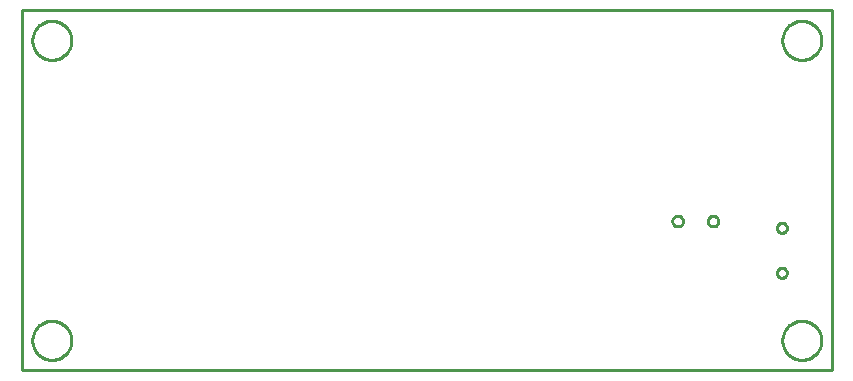
<source format=gbr>
G04 EAGLE Gerber RS-274X export*
G75*
%MOMM*%
%FSLAX34Y34*%
%LPD*%
%IN*%
%IPPOS*%
%AMOC8*
5,1,8,0,0,1.08239X$1,22.5*%
G01*
%ADD10C,0.254000*%


D10*
X0Y0D02*
X685800Y0D01*
X685800Y304800D01*
X0Y304800D01*
X0Y0D01*
X676910Y278860D02*
X676839Y277781D01*
X676698Y276709D01*
X676487Y275649D01*
X676208Y274605D01*
X675860Y273581D01*
X675446Y272583D01*
X674968Y271613D01*
X674428Y270677D01*
X673827Y269778D01*
X673169Y268921D01*
X672457Y268108D01*
X671692Y267344D01*
X670879Y266631D01*
X670022Y265973D01*
X669123Y265372D01*
X668187Y264832D01*
X667217Y264354D01*
X666219Y263940D01*
X665195Y263592D01*
X664151Y263313D01*
X663091Y263102D01*
X662019Y262961D01*
X660940Y262890D01*
X659860Y262890D01*
X658781Y262961D01*
X657709Y263102D01*
X656649Y263313D01*
X655605Y263592D01*
X654581Y263940D01*
X653583Y264354D01*
X652613Y264832D01*
X651677Y265372D01*
X650778Y265973D01*
X649921Y266631D01*
X649108Y267344D01*
X648344Y268108D01*
X647631Y268921D01*
X646973Y269778D01*
X646372Y270677D01*
X645832Y271613D01*
X645354Y272583D01*
X644940Y273581D01*
X644592Y274605D01*
X644313Y275649D01*
X644102Y276709D01*
X643961Y277781D01*
X643890Y278860D01*
X643890Y279940D01*
X643961Y281019D01*
X644102Y282091D01*
X644313Y283151D01*
X644592Y284195D01*
X644940Y285219D01*
X645354Y286217D01*
X645832Y287187D01*
X646372Y288123D01*
X646973Y289022D01*
X647631Y289879D01*
X648344Y290692D01*
X649108Y291457D01*
X649921Y292169D01*
X650778Y292827D01*
X651677Y293428D01*
X652613Y293968D01*
X653583Y294446D01*
X654581Y294860D01*
X655605Y295208D01*
X656649Y295487D01*
X657709Y295698D01*
X658781Y295839D01*
X659860Y295910D01*
X660940Y295910D01*
X662019Y295839D01*
X663091Y295698D01*
X664151Y295487D01*
X665195Y295208D01*
X666219Y294860D01*
X667217Y294446D01*
X668187Y293968D01*
X669123Y293428D01*
X670022Y292827D01*
X670879Y292169D01*
X671692Y291457D01*
X672457Y290692D01*
X673169Y289879D01*
X673827Y289022D01*
X674428Y288123D01*
X674968Y287187D01*
X675446Y286217D01*
X675860Y285219D01*
X676208Y284195D01*
X676487Y283151D01*
X676698Y282091D01*
X676839Y281019D01*
X676910Y279940D01*
X676910Y278860D01*
X676910Y24860D02*
X676839Y23781D01*
X676698Y22709D01*
X676487Y21649D01*
X676208Y20605D01*
X675860Y19581D01*
X675446Y18583D01*
X674968Y17613D01*
X674428Y16677D01*
X673827Y15778D01*
X673169Y14921D01*
X672457Y14108D01*
X671692Y13344D01*
X670879Y12631D01*
X670022Y11973D01*
X669123Y11372D01*
X668187Y10832D01*
X667217Y10354D01*
X666219Y9940D01*
X665195Y9592D01*
X664151Y9313D01*
X663091Y9102D01*
X662019Y8961D01*
X660940Y8890D01*
X659860Y8890D01*
X658781Y8961D01*
X657709Y9102D01*
X656649Y9313D01*
X655605Y9592D01*
X654581Y9940D01*
X653583Y10354D01*
X652613Y10832D01*
X651677Y11372D01*
X650778Y11973D01*
X649921Y12631D01*
X649108Y13344D01*
X648344Y14108D01*
X647631Y14921D01*
X646973Y15778D01*
X646372Y16677D01*
X645832Y17613D01*
X645354Y18583D01*
X644940Y19581D01*
X644592Y20605D01*
X644313Y21649D01*
X644102Y22709D01*
X643961Y23781D01*
X643890Y24860D01*
X643890Y25940D01*
X643961Y27019D01*
X644102Y28091D01*
X644313Y29151D01*
X644592Y30195D01*
X644940Y31219D01*
X645354Y32217D01*
X645832Y33187D01*
X646372Y34123D01*
X646973Y35022D01*
X647631Y35879D01*
X648344Y36692D01*
X649108Y37457D01*
X649921Y38169D01*
X650778Y38827D01*
X651677Y39428D01*
X652613Y39968D01*
X653583Y40446D01*
X654581Y40860D01*
X655605Y41208D01*
X656649Y41487D01*
X657709Y41698D01*
X658781Y41839D01*
X659860Y41910D01*
X660940Y41910D01*
X662019Y41839D01*
X663091Y41698D01*
X664151Y41487D01*
X665195Y41208D01*
X666219Y40860D01*
X667217Y40446D01*
X668187Y39968D01*
X669123Y39428D01*
X670022Y38827D01*
X670879Y38169D01*
X671692Y37457D01*
X672457Y36692D01*
X673169Y35879D01*
X673827Y35022D01*
X674428Y34123D01*
X674968Y33187D01*
X675446Y32217D01*
X675860Y31219D01*
X676208Y30195D01*
X676487Y29151D01*
X676698Y28091D01*
X676839Y27019D01*
X676910Y25940D01*
X676910Y24860D01*
X41910Y278860D02*
X41839Y277781D01*
X41698Y276709D01*
X41487Y275649D01*
X41208Y274605D01*
X40860Y273581D01*
X40446Y272583D01*
X39968Y271613D01*
X39428Y270677D01*
X38827Y269778D01*
X38169Y268921D01*
X37457Y268108D01*
X36692Y267344D01*
X35879Y266631D01*
X35022Y265973D01*
X34123Y265372D01*
X33187Y264832D01*
X32217Y264354D01*
X31219Y263940D01*
X30195Y263592D01*
X29151Y263313D01*
X28091Y263102D01*
X27019Y262961D01*
X25940Y262890D01*
X24860Y262890D01*
X23781Y262961D01*
X22709Y263102D01*
X21649Y263313D01*
X20605Y263592D01*
X19581Y263940D01*
X18583Y264354D01*
X17613Y264832D01*
X16677Y265372D01*
X15778Y265973D01*
X14921Y266631D01*
X14108Y267344D01*
X13344Y268108D01*
X12631Y268921D01*
X11973Y269778D01*
X11372Y270677D01*
X10832Y271613D01*
X10354Y272583D01*
X9940Y273581D01*
X9592Y274605D01*
X9313Y275649D01*
X9102Y276709D01*
X8961Y277781D01*
X8890Y278860D01*
X8890Y279940D01*
X8961Y281019D01*
X9102Y282091D01*
X9313Y283151D01*
X9592Y284195D01*
X9940Y285219D01*
X10354Y286217D01*
X10832Y287187D01*
X11372Y288123D01*
X11973Y289022D01*
X12631Y289879D01*
X13344Y290692D01*
X14108Y291457D01*
X14921Y292169D01*
X15778Y292827D01*
X16677Y293428D01*
X17613Y293968D01*
X18583Y294446D01*
X19581Y294860D01*
X20605Y295208D01*
X21649Y295487D01*
X22709Y295698D01*
X23781Y295839D01*
X24860Y295910D01*
X25940Y295910D01*
X27019Y295839D01*
X28091Y295698D01*
X29151Y295487D01*
X30195Y295208D01*
X31219Y294860D01*
X32217Y294446D01*
X33187Y293968D01*
X34123Y293428D01*
X35022Y292827D01*
X35879Y292169D01*
X36692Y291457D01*
X37457Y290692D01*
X38169Y289879D01*
X38827Y289022D01*
X39428Y288123D01*
X39968Y287187D01*
X40446Y286217D01*
X40860Y285219D01*
X41208Y284195D01*
X41487Y283151D01*
X41698Y282091D01*
X41839Y281019D01*
X41910Y279940D01*
X41910Y278860D01*
X41910Y24860D02*
X41839Y23781D01*
X41698Y22709D01*
X41487Y21649D01*
X41208Y20605D01*
X40860Y19581D01*
X40446Y18583D01*
X39968Y17613D01*
X39428Y16677D01*
X38827Y15778D01*
X38169Y14921D01*
X37457Y14108D01*
X36692Y13344D01*
X35879Y12631D01*
X35022Y11973D01*
X34123Y11372D01*
X33187Y10832D01*
X32217Y10354D01*
X31219Y9940D01*
X30195Y9592D01*
X29151Y9313D01*
X28091Y9102D01*
X27019Y8961D01*
X25940Y8890D01*
X24860Y8890D01*
X23781Y8961D01*
X22709Y9102D01*
X21649Y9313D01*
X20605Y9592D01*
X19581Y9940D01*
X18583Y10354D01*
X17613Y10832D01*
X16677Y11372D01*
X15778Y11973D01*
X14921Y12631D01*
X14108Y13344D01*
X13344Y14108D01*
X12631Y14921D01*
X11973Y15778D01*
X11372Y16677D01*
X10832Y17613D01*
X10354Y18583D01*
X9940Y19581D01*
X9592Y20605D01*
X9313Y21649D01*
X9102Y22709D01*
X8961Y23781D01*
X8890Y24860D01*
X8890Y25940D01*
X8961Y27019D01*
X9102Y28091D01*
X9313Y29151D01*
X9592Y30195D01*
X9940Y31219D01*
X10354Y32217D01*
X10832Y33187D01*
X11372Y34123D01*
X11973Y35022D01*
X12631Y35879D01*
X13344Y36692D01*
X14108Y37457D01*
X14921Y38169D01*
X15778Y38827D01*
X16677Y39428D01*
X17613Y39968D01*
X18583Y40446D01*
X19581Y40860D01*
X20605Y41208D01*
X21649Y41487D01*
X22709Y41698D01*
X23781Y41839D01*
X24860Y41910D01*
X25940Y41910D01*
X27019Y41839D01*
X28091Y41698D01*
X29151Y41487D01*
X30195Y41208D01*
X31219Y40860D01*
X32217Y40446D01*
X33187Y39968D01*
X34123Y39428D01*
X35022Y38827D01*
X35879Y38169D01*
X36692Y37457D01*
X37457Y36692D01*
X38169Y35879D01*
X38827Y35022D01*
X39428Y34123D01*
X39968Y33187D01*
X40446Y32217D01*
X40860Y31219D01*
X41208Y30195D01*
X41487Y29151D01*
X41698Y28091D01*
X41839Y27019D01*
X41910Y25940D01*
X41910Y24860D01*
X580730Y126660D02*
X580807Y127245D01*
X580960Y127815D01*
X581185Y128360D01*
X581480Y128870D01*
X581839Y129338D01*
X582257Y129756D01*
X582725Y130115D01*
X583235Y130410D01*
X583780Y130635D01*
X584350Y130788D01*
X584935Y130865D01*
X585525Y130865D01*
X586110Y130788D01*
X586680Y130635D01*
X587225Y130410D01*
X587735Y130115D01*
X588203Y129756D01*
X588621Y129338D01*
X588980Y128870D01*
X589275Y128360D01*
X589500Y127815D01*
X589653Y127245D01*
X589730Y126660D01*
X589730Y126070D01*
X589653Y125485D01*
X589500Y124915D01*
X589275Y124370D01*
X588980Y123860D01*
X588621Y123392D01*
X588203Y122974D01*
X587735Y122615D01*
X587225Y122320D01*
X586680Y122095D01*
X586110Y121942D01*
X585525Y121865D01*
X584935Y121865D01*
X584350Y121942D01*
X583780Y122095D01*
X583235Y122320D01*
X582725Y122615D01*
X582257Y122974D01*
X581839Y123392D01*
X581480Y123860D01*
X581185Y124370D01*
X580960Y124915D01*
X580807Y125485D01*
X580730Y126070D01*
X580730Y126660D01*
X550730Y126660D02*
X550807Y127245D01*
X550960Y127815D01*
X551185Y128360D01*
X551480Y128870D01*
X551839Y129338D01*
X552257Y129756D01*
X552725Y130115D01*
X553235Y130410D01*
X553780Y130635D01*
X554350Y130788D01*
X554935Y130865D01*
X555525Y130865D01*
X556110Y130788D01*
X556680Y130635D01*
X557225Y130410D01*
X557735Y130115D01*
X558203Y129756D01*
X558621Y129338D01*
X558980Y128870D01*
X559275Y128360D01*
X559500Y127815D01*
X559653Y127245D01*
X559730Y126660D01*
X559730Y126070D01*
X559653Y125485D01*
X559500Y124915D01*
X559275Y124370D01*
X558980Y123860D01*
X558621Y123392D01*
X558203Y122974D01*
X557735Y122615D01*
X557225Y122320D01*
X556680Y122095D01*
X556110Y121942D01*
X555525Y121865D01*
X554935Y121865D01*
X554350Y121942D01*
X553780Y122095D01*
X553235Y122320D01*
X552725Y122615D01*
X552257Y122974D01*
X551839Y123392D01*
X551480Y123860D01*
X551185Y124370D01*
X550960Y124915D01*
X550807Y125485D01*
X550730Y126070D01*
X550730Y126660D01*
X639230Y82879D02*
X639303Y83431D01*
X639447Y83969D01*
X639660Y84484D01*
X639939Y84966D01*
X640278Y85408D01*
X640672Y85802D01*
X641114Y86141D01*
X641596Y86420D01*
X642111Y86633D01*
X642649Y86777D01*
X643201Y86850D01*
X643759Y86850D01*
X644311Y86777D01*
X644849Y86633D01*
X645364Y86420D01*
X645846Y86141D01*
X646288Y85802D01*
X646682Y85408D01*
X647021Y84966D01*
X647300Y84484D01*
X647513Y83969D01*
X647657Y83431D01*
X647730Y82879D01*
X647730Y82321D01*
X647657Y81769D01*
X647513Y81231D01*
X647300Y80716D01*
X647021Y80234D01*
X646682Y79792D01*
X646288Y79398D01*
X645846Y79059D01*
X645364Y78780D01*
X644849Y78567D01*
X644311Y78423D01*
X643759Y78350D01*
X643201Y78350D01*
X642649Y78423D01*
X642111Y78567D01*
X641596Y78780D01*
X641114Y79059D01*
X640672Y79398D01*
X640278Y79792D01*
X639939Y80234D01*
X639660Y80716D01*
X639447Y81231D01*
X639303Y81769D01*
X639230Y82321D01*
X639230Y82879D01*
X639230Y120879D02*
X639303Y121431D01*
X639447Y121969D01*
X639660Y122484D01*
X639939Y122966D01*
X640278Y123408D01*
X640672Y123802D01*
X641114Y124141D01*
X641596Y124420D01*
X642111Y124633D01*
X642649Y124777D01*
X643201Y124850D01*
X643759Y124850D01*
X644311Y124777D01*
X644849Y124633D01*
X645364Y124420D01*
X645846Y124141D01*
X646288Y123802D01*
X646682Y123408D01*
X647021Y122966D01*
X647300Y122484D01*
X647513Y121969D01*
X647657Y121431D01*
X647730Y120879D01*
X647730Y120321D01*
X647657Y119769D01*
X647513Y119231D01*
X647300Y118716D01*
X647021Y118234D01*
X646682Y117792D01*
X646288Y117398D01*
X645846Y117059D01*
X645364Y116780D01*
X644849Y116567D01*
X644311Y116423D01*
X643759Y116350D01*
X643201Y116350D01*
X642649Y116423D01*
X642111Y116567D01*
X641596Y116780D01*
X641114Y117059D01*
X640672Y117398D01*
X640278Y117792D01*
X639939Y118234D01*
X639660Y118716D01*
X639447Y119231D01*
X639303Y119769D01*
X639230Y120321D01*
X639230Y120879D01*
M02*

</source>
